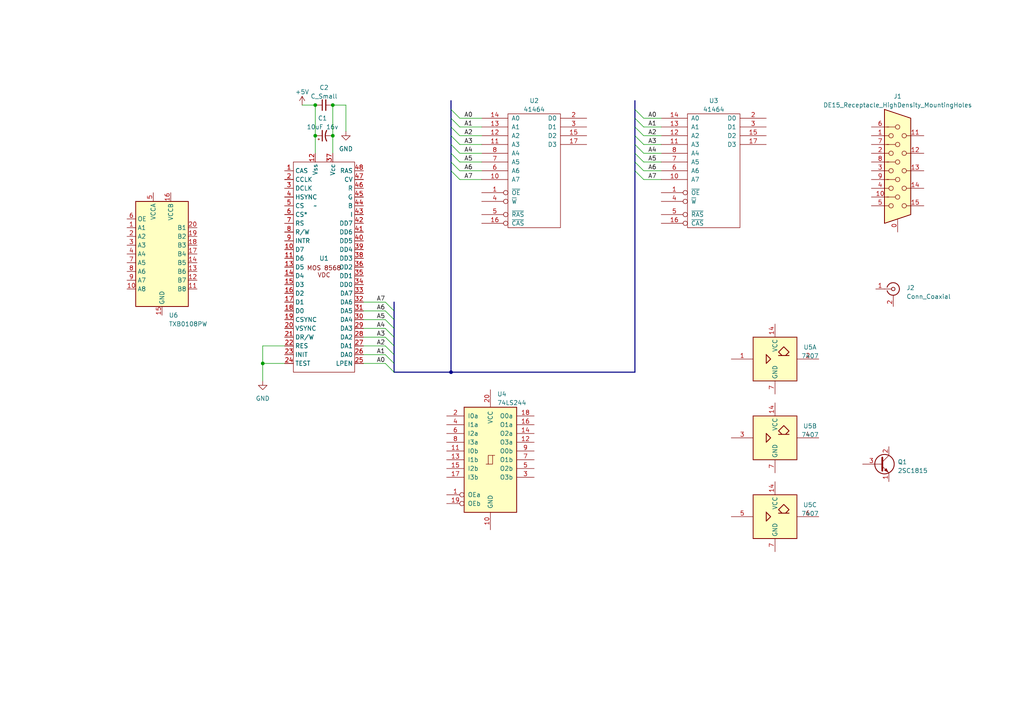
<source format=kicad_sch>
(kicad_sch (version 20231120) (generator "eeschema") (generator_version "8.0")
  (paper "A4")
  (lib_symbols
    (symbol "74xx:74LS244" (pin_names (offset 1.016))
      (property "Reference" "U" (at -7.62 16.51 0))
      (property "Value" "74LS244" (at -7.62 -16.51 0))
      (symbol "74LS244_1_0"
        (polyline (pts (xy -0.635 -1.27) (xy -0.635 1.27) (xy 0.635 1.27)))
        (polyline (pts (xy -1.27 -1.27) (xy 0.635 -1.27) (xy 0.635 1.27) (xy 1.27 1.27)))
        (pin input inverted (at -12.7 -10.16 0) (length 5.08) (name "OEa") (number "1"))
        (pin power_in line (at 0 -20.32 90) (length 5.08) (name "GND") (number "10"))
        (pin input line (at -12.7 2.54 0) (length 5.08) (name "I0b") (number "11"))
        (pin tri_state line (at 12.7 5.08 180) (length 5.08) (name "O3a") (number "12"))
        (pin input line (at -12.7 0 0) (length 5.08) (name "I1b") (number "13"))
        (pin tri_state line (at 12.7 7.62 180) (length 5.08) (name "O2a") (number "14"))
        (pin input line (at -12.7 -2.54 0) (length 5.08) (name "I2b") (number "15"))
        (pin tri_state line (at 12.7 10.16 180) (length 5.08) (name "O1a") (number "16"))
        (pin input line (at -12.7 -5.08 0) (length 5.08) (name "I3b") (number "17"))
        (pin tri_state line (at 12.7 12.7 180) (length 5.08) (name "O0a") (number "18"))
        (pin input inverted (at -12.7 -12.7 0) (length 5.08) (name "OEb") (number "19"))
        (pin input line (at -12.7 12.7 0) (length 5.08) (name "I0a") (number "2"))
        (pin power_in line (at 0 20.32 270) (length 5.08) (name "VCC") (number "20"))
        (pin tri_state line (at 12.7 -5.08 180) (length 5.08) (name "O3b") (number "3"))
        (pin input line (at -12.7 10.16 0) (length 5.08) (name "I1a") (number "4"))
        (pin tri_state line (at 12.7 -2.54 180) (length 5.08) (name "O2b") (number "5"))
        (pin input line (at -12.7 7.62 0) (length 5.08) (name "I2a") (number "6"))
        (pin tri_state line (at 12.7 0 180) (length 5.08) (name "O1b") (number "7"))
        (pin input line (at -12.7 5.08 0) (length 5.08) (name "I3a") (number "8"))
        (pin tri_state line (at 12.7 2.54 180) (length 5.08) (name "O0b") (number "9"))
      )
      (symbol "74LS244_1_1"
        (rectangle (start -7.62 15.24) (end 7.62 -15.24) (stroke (width 0.254)) (fill (type background)))
      )
    )
    (symbol "74xx_IEEE:7407"
      (property "Reference" "U" (at 3.81 8.89 0))
      (property "Value" "7407" (at 3.81 -7.62 0))
      (symbol "7407_0_1"
        (rectangle (start -6.35 6.35) (end 6.35 -6.35) (stroke (width 0.254)) (fill (type background)))
        (polyline (pts (xy -2.54 1.27) (xy -2.54 -1.27) (xy -1.27 0) (xy -2.54 1.27) (xy -2.54 1.27)) (stroke (width 0.254)) (fill (type background)))
        (polyline (pts (xy 3.048 1.016) (xy 4.064 2.032) (xy 2.54 3.556) (xy 1.016 2.032) (xy 2.032 1.016) (xy 1.016 1.016) (xy 4.064 1.016) (xy 4.064 1.016)) (stroke (width 0.254)) (fill (type background)))
        (pin power_in line (at 0 10.16 270) (length 3.81) (name "VCC") (number "14"))
        (pin power_in line (at 0 -10.16 90) (length 3.81) (name "GND") (number "7"))
      )
      (symbol "7407_1_1"
        (pin input line (at -12.7 0 0) (length 6.35) (name "~") (number "1"))
        (pin open_collector line (at 12.7 0 180) (length 6.35) (name "~") (number "2"))
      )
      (symbol "7407_2_1"
        (pin input line (at -12.7 0 0) (length 6.35) (name "~") (number "3"))
        (pin open_collector line (at 12.7 0 180) (length 6.35) (name "~") (number "4"))
      )
      (symbol "7407_3_1"
        (pin input line (at -12.7 0 0) (length 6.35) (name "~") (number "5"))
        (pin open_collector line (at 12.7 0 180) (length 6.35) (name "~") (number "6"))
      )
      (symbol "7407_4_1"
        (pin open_collector line (at 12.7 0 180) (length 6.35) (name "~") (number "8"))
        (pin input line (at -12.7 0 0) (length 6.35) (name "~") (number "9"))
      )
      (symbol "7407_5_1"
        (pin open_collector line (at 12.7 0 180) (length 6.35) (name "~") (number "10"))
        (pin input line (at -12.7 0 0) (length 6.35) (name "~") (number "11"))
      )
      (symbol "7407_6_1"
        (pin open_collector line (at 12.7 0 180) (length 6.35) (name "~") (number "12"))
        (pin input line (at -12.7 0 0) (length 6.35) (name "~") (number "13"))
      )
    )
    (symbol "Connector:Conn_Coaxial" (pin_names (offset 1.016) hide)
      (property "Reference" "J" (at 0.254 3.048 0))
      (property "Value" "Conn_Coaxial" (at 2.921 0 90))
      (symbol "Conn_Coaxial_0_1"
        (arc (start -1.778 -0.508) (mid 0.2311 -1.8066) (end 1.778 0) (stroke (width 0.254)))
        (polyline (pts (xy -2.54 0) (xy -0.508 0)))
        (polyline (pts (xy 0 -2.54) (xy 0 -1.778)))
        (circle (center 0 0) (radius 0.508) (stroke (width 0.2032)))
        (arc (start 1.778 0) (mid 0.2099 1.8101) (end -1.778 0.508) (stroke (width 0.254)))
      )
      (symbol "Conn_Coaxial_1_1"
        (pin passive line (at -5.08 0 0) (length 2.54) (name "In") (number "1"))
        (pin passive line (at 0 -5.08 90) (length 2.54) (name "Ext") (number "2"))
      )
    )
    (symbol "Connector:DE15_Receptacle_HighDensity_MountingHoles" (pin_names (offset 1.016) hide)
      (property "Reference" "J" (at 0 21.59 0))
      (property "Value" "DE15_Receptacle_HighDensity_MountingHoles" (at 0 19.05 0))
      (symbol "DE15_Receptacle_HighDensity_MountingHoles_0_1"
        (circle (center -1.905 -10.16) (radius 0.635))
        (circle (center -1.905 -5.08) (radius 0.635))
        (circle (center -1.905 0) (radius 0.635))
        (circle (center -1.905 5.08) (radius 0.635))
        (circle (center -1.905 10.16) (radius 0.635))
        (circle (center 0 -7.62) (radius 0.635))
        (circle (center 0 -2.54) (radius 0.635))
        (polyline (pts (xy -3.175 7.62) (xy -0.635 7.62)))
        (polyline (pts (xy -0.635 -7.62) (xy -3.175 -7.62)))
        (polyline (pts (xy -0.635 -2.54) (xy -3.175 -2.54)))
        (polyline (pts (xy -0.635 2.54) (xy -3.175 2.54)))
        (polyline (pts (xy -0.635 12.7) (xy -3.175 12.7)))
        (polyline (pts (xy -3.81 17.78) (xy -3.81 -15.24) (xy 3.81 -12.7) (xy 3.81 15.24) (xy -3.81 17.78)) (stroke (width 0.254)) (fill (type background)))
        (circle (center 0 2.54) (radius 0.635))
        (circle (center 0 7.62) (radius 0.635))
        (circle (center 0 12.7) (radius 0.635))
        (circle (center 1.905 -10.16) (radius 0.635))
        (circle (center 1.905 -5.08) (radius 0.635))
        (circle (center 1.905 0) (radius 0.635))
        (circle (center 1.905 5.08) (radius 0.635))
        (circle (center 1.905 10.16) (radius 0.635))
      )
      (symbol "DE15_Receptacle_HighDensity_MountingHoles_1_1"
        (pin passive line (at 0 -17.78 90) (length 3.81) (name "~") (number "0"))
        (pin passive line (at -7.62 10.16 0) (length 5.08) (name "~") (number "1"))
        (pin passive line (at -7.62 -7.62 0) (length 5.08) (name "~") (number "10"))
        (pin passive line (at 7.62 10.16 180) (length 5.08) (name "~") (number "11"))
        (pin passive line (at 7.62 5.08 180) (length 5.08) (name "~") (number "12"))
        (pin passive line (at 7.62 0 180) (length 5.08) (name "~") (number "13"))
        (pin passive line (at 7.62 -5.08 180) (length 5.08) (name "~") (number "14"))
        (pin passive line (at 7.62 -10.16 180) (length 5.08) (name "~") (number "15"))
        (pin passive line (at -7.62 5.08 0) (length 5.08) (name "~") (number "2"))
        (pin passive line (at -7.62 0 0) (length 5.08) (name "~") (number "3"))
        (pin passive line (at -7.62 -5.08 0) (length 5.08) (name "~") (number "4"))
        (pin passive line (at -7.62 -10.16 0) (length 5.08) (name "~") (number "5"))
        (pin passive line (at -7.62 12.7 0) (length 5.08) (name "~") (number "6"))
        (pin passive line (at -7.62 7.62 0) (length 5.08) (name "~") (number "7"))
        (pin passive line (at -7.62 2.54 0) (length 5.08) (name "~") (number "8"))
        (pin passive line (at -7.62 -2.54 0) (length 5.08) (name "~") (number "9"))
      )
    )
    (symbol "Device:C_Polarized_Small_US" (pin_numbers hide) (pin_names (offset 0.254) hide)
      (property "Reference" "C" (at 0.254 1.778 0))
      (property "Value" "C_Polarized_Small_US" (at 0.254 -2.032 0))
      (symbol "C_Polarized_Small_US_0_1"
        (polyline (pts (xy -1.524 0.508) (xy 1.524 0.508)) (stroke (width 0.3048)))
        (polyline (pts (xy -1.27 1.524) (xy -0.762 1.524)))
        (polyline (pts (xy -1.016 1.27) (xy -1.016 1.778)))
        (arc (start 1.524 -0.762) (mid 0 -0.3734) (end -1.524 -0.762) (stroke (width 0.3048)))
      )
      (symbol "C_Polarized_Small_US_1_1"
        (pin passive line (at 0 2.54 270) (length 2.032) (name "~") (number "1"))
        (pin passive line (at 0 -2.54 90) (length 2.032) (name "~") (number "2"))
      )
    )
    (symbol "Device:C_Small" (pin_numbers hide) (pin_names (offset 0.254) hide)
      (property "Reference" "C" (at 0.254 1.778 0))
      (property "Value" "C_Small" (at 0.254 -2.032 0))
      (symbol "C_Small_0_1"
        (polyline (pts (xy -1.524 -0.508) (xy 1.524 -0.508)) (stroke (width 0.3302)))
        (polyline (pts (xy -1.524 0.508) (xy 1.524 0.508)) (stroke (width 0.3048)))
      )
      (symbol "C_Small_1_1"
        (pin passive line (at 0 2.54 270) (length 2.032) (name "~") (number "1"))
        (pin passive line (at 0 -2.54 90) (length 2.032) (name "~") (number "2"))
      )
    )
    (symbol "Logic_LevelTranslator:TXB0108DQSR"
      (property "Reference" "U" (at -6.35 16.51 0))
      (property "Value" "TXB0108DQSR" (at 3.81 16.51 0))
      (symbol "TXB0108DQSR_0_1"
        (rectangle (start -7.62 15.24) (end 7.62 -15.24) (stroke (width 0.254)) (fill (type background)))
      )
      (symbol "TXB0108DQSR_1_1"
        (pin bidirectional line (at -10.16 7.62 0) (length 2.54) (name "A1") (number "1"))
        (pin bidirectional line (at -10.16 -10.16 0) (length 2.54) (name "A8") (number "10"))
        (pin bidirectional line (at 10.16 -10.16 180) (length 2.54) (name "B8") (number "11"))
        (pin bidirectional line (at 10.16 -7.62 180) (length 2.54) (name "B7") (number "12"))
        (pin bidirectional line (at 10.16 -5.08 180) (length 2.54) (name "B6") (number "13"))
        (pin bidirectional line (at 10.16 -2.54 180) (length 2.54) (name "B5") (number "14"))
        (pin power_in line (at 0 -17.78 90) (length 2.54) (name "GND") (number "15"))
        (pin power_in line (at 2.54 17.78 270) (length 2.54) (name "VCCB") (number "16"))
        (pin bidirectional line (at 10.16 0 180) (length 2.54) (name "B4") (number "17"))
        (pin bidirectional line (at 10.16 2.54 180) (length 2.54) (name "B3") (number "18"))
        (pin bidirectional line (at 10.16 5.08 180) (length 2.54) (name "B2") (number "19"))
        (pin bidirectional line (at -10.16 5.08 0) (length 2.54) (name "A2") (number "2"))
        (pin bidirectional line (at 10.16 7.62 180) (length 2.54) (name "B1") (number "20"))
        (pin bidirectional line (at -10.16 2.54 0) (length 2.54) (name "A3") (number "3"))
        (pin bidirectional line (at -10.16 0 0) (length 2.54) (name "A4") (number "4"))
        (pin power_in line (at -2.54 17.78 270) (length 2.54) (name "VCCA") (number "5"))
        (pin input line (at -10.16 10.16 0) (length 2.54) (name "OE") (number "6"))
        (pin bidirectional line (at -10.16 -2.54 0) (length 2.54) (name "A5") (number "7"))
        (pin bidirectional line (at -10.16 -5.08 0) (length 2.54) (name "A6") (number "8"))
        (pin bidirectional line (at -10.16 -7.62 0) (length 2.54) (name "A7") (number "9"))
      )
    )
    (symbol "Transistor_BJT:2SC1815" (pin_names (offset 0) hide)
      (property "Reference" "Q" (at 5.08 1.905 0))
      (property "Value" "2SC1815" (at 5.08 0 0))
      (symbol "2SC1815_0_1"
        (polyline (pts (xy 0 0) (xy 0.508 0)))
        (polyline (pts (xy 0.635 0.635) (xy 2.54 2.54)))
        (polyline (pts (xy 0.635 -0.635) (xy 2.54 -2.54) (xy 2.54 -2.54)))
        (polyline (pts (xy 0.635 1.905) (xy 0.635 -1.905) (xy 0.635 -1.905)) (stroke (width 0.508)))
        (polyline (pts (xy 1.27 -1.778) (xy 1.778 -1.27) (xy 2.286 -2.286) (xy 1.27 -1.778) (xy 1.27 -1.778)) (fill (type outline)))
        (circle (center 1.27 0) (radius 2.8194) (stroke (width 0.254)))
      )
      (symbol "2SC1815_1_1"
        (pin passive line (at 2.54 -5.08 90) (length 2.54) (name "E") (number "1"))
        (pin passive line (at 2.54 5.08 270) (length 2.54) (name "C") (number "2"))
        (pin input line (at -5.08 0 0) (length 5.08) (name "B") (number "3"))
      )
    )
    (symbol "cbm-steve:41464" (pin_names (offset 1.016))
      (property "Reference" "U" (at 0 10.16 0))
      (property "Value" "41464" (at 1.27 6.35 0))
      (symbol "41464_0_0"
        (pin power_in line (at 0 -8.89 90) (length 1.27) hide (name "GND") (number "18"))
        (pin power_in line (at 0 24.13 270) (length 1.27) hide (name "VCC") (number "9"))
      )
      (symbol "41464_0_1"
        (rectangle (start -7.62 24.13) (end 7.62 -8.89))
      )
      (symbol "41464_1_1"
        (pin input inverted (at -15.24 1.27 0) (length 7.62) (name "~{OE}") (number "1"))
        (pin input line (at -15.24 5.08 0) (length 7.62) (name "A7") (number "10"))
        (pin input line (at -15.24 15.24 0) (length 7.62) (name "A3") (number "11"))
        (pin input line (at -15.24 17.78 0) (length 7.62) (name "A2") (number "12"))
        (pin input line (at -15.24 20.32 0) (length 7.62) (name "A1") (number "13"))
        (pin input line (at -15.24 22.86 0) (length 7.62) (name "A0") (number "14"))
        (pin tri_state line (at 15.24 17.78 180) (length 7.62) (name "D2") (number "15"))
        (pin input inverted (at -15.24 -7.62 0) (length 7.62) (name "~{CAS}") (number "16"))
        (pin tri_state line (at 15.24 15.24 180) (length 7.62) (name "D3") (number "17"))
        (pin tri_state line (at 15.24 22.86 180) (length 7.62) (name "D0") (number "2"))
        (pin tri_state line (at 15.24 20.32 180) (length 7.62) (name "D1") (number "3"))
        (pin input inverted (at -15.24 -1.27 0) (length 7.62) (name "~{W}") (number "4"))
        (pin input inverted (at -15.24 -5.08 0) (length 7.62) (name "~{RAS}") (number "5"))
        (pin input line (at -15.24 7.62 0) (length 7.62) (name "A6") (number "6"))
        (pin input line (at -15.24 10.16 0) (length 7.62) (name "A5") (number "7"))
        (pin input line (at -15.24 12.7 0) (length 7.62) (name "A4") (number "8"))
      )
    )
    (symbol "power:+5V" (power) (pin_names (offset 0))
      (property "Value" "+5V" (at 0 3.556 0))
      (symbol "+5V_0_1"
        (polyline (pts (xy -0.762 1.27) (xy 0 2.54)))
        (polyline (pts (xy 0 0) (xy 0 2.54)))
        (polyline (pts (xy 0 2.54) (xy 0.762 1.27)))
      )
      (symbol "+5V_1_1"
        (pin power_in line (at 0 0 90) (length 0) hide (name "+5V") (number "1"))
      )
    )
    (symbol "power:GND" (power) (pin_names (offset 0))
      (property "Value" "GND" (at 0 -3.81 0))
      (symbol "GND_0_1"
        (polyline (pts (xy 0 0) (xy 0 -1.27) (xy 1.27 -1.27) (xy 0 -2.54) (xy -1.27 -1.27) (xy 0 -1.27)))
      )
      (symbol "GND_1_1"
        (pin power_in line (at 0 0 270) (length 0) hide (name "GND") (number "1"))
      )
    )
    (symbol "riney:8568"
      (property "Reference" "U" (at 0 6.35 0))
      (symbol "8568_0_1"
        (rectangle (start -8.89 31.75) (end 8.89 -29.21))
      )
      (symbol "8568_1_1"
        (text "MOS 8568\nVDC" (at 0 0 0) (effects (font (size 1.27 1.27))))
        (pin output line (at -11.43 29.21 0) (length 2.54) (name "CAS") (number "1"))
        (pin bidirectional line (at -11.43 6.35 0) (length 2.54) (name "D7") (number "10"))
        (pin bidirectional line (at -11.43 3.81 0) (length 2.54) (name "D6") (number "11"))
        (pin power_in line (at -2.54 34.29 270) (length 2.54) (name "Vss") (number "12"))
        (pin bidirectional line (at -11.43 1.27 0) (length 2.54) (name "D5") (number "13"))
        (pin bidirectional line (at -11.43 -1.27 0) (length 2.54) (name "D4") (number "14"))
        (pin bidirectional line (at -11.43 -3.81 0) (length 2.54) (name "D3") (number "15"))
        (pin bidirectional line (at -11.43 -6.35 0) (length 2.54) (name "D2") (number "16"))
        (pin bidirectional line (at -11.43 -8.89 0) (length 2.54) (name "D1") (number "17"))
        (pin bidirectional line (at -11.43 -11.43 0) (length 2.54) (name "D0") (number "18"))
        (pin output line (at -11.43 -13.97 0) (length 2.54) (name "CSYNC") (number "19"))
        (pin output line (at -11.43 26.67 0) (length 2.54) (name "CCLK") (number "2"))
        (pin output line (at -11.43 -16.51 0) (length 2.54) (name "VSYNC") (number "20"))
        (pin output line (at -11.43 -19.05 0) (length 2.54) (name "DR/W") (number "21"))
        (pin input line (at -11.43 -21.59 0) (length 2.54) (name "RES") (number "22"))
        (pin input line (at -11.43 -24.13 0) (length 2.54) (name "INIT") (number "23"))
        (pin input line (at -11.43 -26.67 0) (length 2.54) (name "TEST") (number "24"))
        (pin input line (at 11.43 -26.67 180) (length 2.54) (name "LPEN") (number "25"))
        (pin output line (at 11.43 -24.13 180) (length 2.54) (name "DA0") (number "26"))
        (pin output line (at 11.43 -21.59 180) (length 2.54) (name "DA1") (number "27"))
        (pin output line (at 11.43 -19.05 180) (length 2.54) (name "DA2") (number "28"))
        (pin output line (at 11.43 -16.51 180) (length 2.54) (name "DA3") (number "29"))
        (pin input line (at -11.43 24.13 0) (length 2.54) (name "DCLK") (number "3"))
        (pin output line (at 11.43 -13.97 180) (length 2.54) (name "DA4") (number "30"))
        (pin output line (at 11.43 -11.43 180) (length 2.54) (name "DA5") (number "31"))
        (pin output line (at 11.43 -8.89 180) (length 2.54) (name "DA6") (number "32"))
        (pin output line (at 11.43 -6.35 180) (length 2.54) (name "DA7") (number "33"))
        (pin bidirectional line (at 11.43 -3.81 180) (length 2.54) (name "DD0") (number "34"))
        (pin bidirectional line (at 11.43 -1.27 180) (length 2.54) (name "DD1") (number "35"))
        (pin bidirectional line (at 11.43 1.27 180) (length 2.54) (name "DD2") (number "36"))
        (pin power_in line (at 2.54 34.29 270) (length 2.54) (name "Vcc") (number "37"))
        (pin bidirectional line (at 11.43 3.81 180) (length 2.54) (name "DD3") (number "38"))
        (pin bidirectional line (at 11.43 6.35 180) (length 2.54) (name "DD4") (number "39"))
        (pin output line (at -11.43 21.59 0) (length 2.54) (name "HSYNC") (number "4"))
        (pin bidirectional line (at 11.43 8.89 180) (length 2.54) (name "DD5") (number "40"))
        (pin bidirectional line (at 11.43 11.43 180) (length 2.54) (name "DD6") (number "41"))
        (pin bidirectional line (at 11.43 13.97 180) (length 2.54) (name "DD7") (number "42"))
        (pin output line (at 11.43 16.51 180) (length 2.54) (name "I") (number "43"))
        (pin output line (at 11.43 19.05 180) (length 2.54) (name "B") (number "44"))
        (pin output line (at 11.43 21.59 180) (length 2.54) (name "G") (number "45"))
        (pin output line (at 11.43 24.13 180) (length 2.54) (name "R") (number "46"))
        (pin output line (at 11.43 26.67 180) (length 2.54) (name "CV") (number "47"))
        (pin output line (at 11.43 29.21 180) (length 2.54) (name "RAS") (number "48"))
        (pin input line (at -11.43 19.05 0) (length 2.54) (name "CS") (number "5"))
        (pin input line (at -11.43 16.51 0) (length 2.54) (name "CS*") (number "6"))
        (pin input line (at -11.43 13.97 0) (length 2.54) (name "RS") (number "7"))
        (pin input line (at -11.43 11.43 0) (length 2.54) (name "R/W") (number "8"))
        (pin output line (at -11.43 8.89 0) (length 2.54) (name "INTR") (number "9"))
      )
    )
  )
  (junction (at 76.2 105.41))
  (junction (at 96.52 30.48))
  (junction (at 130.81 107.95))
  (junction (at 91.44 39.37))
  (junction (at 96.52 39.37))
  (junction (at 91.44 30.48))
  (bus_entry (at 130.81 36.83) (size 2.54 2.54))
  (bus_entry (at 184.15 49.53) (size 2.54 2.54))
  (bus_entry (at 111.76 87.63) (size 2.54 2.54))
  (bus_entry (at 184.15 41.91) (size 2.54 2.54))
  (bus_entry (at 184.15 44.45) (size 2.54 2.54))
  (bus_entry (at 111.76 100.33) (size 2.54 2.54))
  (bus_entry (at 111.76 102.87) (size 2.54 2.54))
  (bus_entry (at 111.76 105.41) (size 2.54 2.54))
  (bus_entry (at 184.15 34.29) (size 2.54 2.54))
  (bus_entry (at 130.81 34.29) (size 2.54 2.54))
  (bus_entry (at 130.81 31.75) (size 2.54 2.54))
  (bus_entry (at 184.15 36.83) (size 2.54 2.54))
  (bus_entry (at 111.76 90.17) (size 2.54 2.54))
  (bus_entry (at 130.81 49.53) (size 2.54 2.54))
  (bus_entry (at 111.76 97.79) (size 2.54 2.54))
  (bus_entry (at 184.15 46.99) (size 2.54 2.54))
  (bus_entry (at 184.15 31.75) (size 2.54 2.54))
  (bus_entry (at 130.81 41.91) (size 2.54 2.54))
  (bus_entry (at 130.81 44.45) (size 2.54 2.54))
  (bus_entry (at 111.76 95.25) (size 2.54 2.54))
  (bus_entry (at 130.81 39.37) (size 2.54 2.54))
  (bus_entry (at 184.15 39.37) (size 2.54 2.54))
  (bus_entry (at 111.76 92.71) (size 2.54 2.54))
  (bus_entry (at 130.81 46.99) (size 2.54 2.54))
  (wire (pts (xy 105.41 95.25) (xy 111.76 95.25)))
  (bus (pts (xy 184.15 49.53) (xy 184.15 107.95)))
  (bus (pts (xy 130.81 44.45) (xy 130.81 46.99)))
  (wire (pts (xy 105.41 87.63) (xy 111.76 87.63)))
  (wire (pts (xy 186.69 39.37) (xy 191.77 39.37)))
  (wire (pts (xy 186.69 34.29) (xy 191.77 34.29)))
  (bus (pts (xy 130.81 29.21) (xy 130.81 31.75)))
  (wire (pts (xy 105.41 92.71) (xy 111.76 92.71)))
  (wire (pts (xy 105.41 102.87) (xy 111.76 102.87)))
  (wire (pts (xy 186.69 41.91) (xy 191.77 41.91)))
  (wire (pts (xy 133.35 44.45) (xy 139.7 44.45)))
  (wire (pts (xy 105.41 90.17) (xy 111.76 90.17)))
  (wire (pts (xy 133.35 46.99) (xy 139.7 46.99)))
  (wire (pts (xy 186.69 36.83) (xy 191.77 36.83)))
  (wire (pts (xy 96.52 39.37) (xy 96.52 44.45)))
  (wire (pts (xy 76.2 105.41) (xy 76.2 110.49)))
  (bus (pts (xy 184.15 46.99) (xy 184.15 49.53)))
  (wire (pts (xy 105.41 100.33) (xy 111.76 100.33)))
  (wire (pts (xy 76.2 105.41) (xy 82.55 105.41)))
  (bus (pts (xy 184.15 44.45) (xy 184.15 46.99)))
  (wire (pts (xy 133.35 49.53) (xy 139.7 49.53)))
  (bus (pts (xy 130.81 46.99) (xy 130.81 49.53)))
  (wire (pts (xy 133.35 39.37) (xy 139.7 39.37)))
  (bus (pts (xy 130.81 49.53) (xy 130.81 107.95)))
  (bus (pts (xy 114.3 97.79) (xy 114.3 100.33)))
  (bus (pts (xy 114.3 105.41) (xy 114.3 107.95)))
  (wire (pts (xy 76.2 100.33) (xy 76.2 105.41)))
  (wire (pts (xy 186.69 44.45) (xy 191.77 44.45)))
  (bus (pts (xy 184.15 31.75) (xy 184.15 34.29)))
  (wire (pts (xy 105.41 97.79) (xy 111.76 97.79)))
  (bus (pts (xy 114.3 92.71) (xy 114.3 95.25)))
  (bus (pts (xy 184.15 29.21) (xy 184.15 31.75)))
  (bus (pts (xy 114.3 102.87) (xy 114.3 105.41)))
  (bus (pts (xy 114.3 87.63) (xy 114.3 90.17)))
  (wire (pts (xy 133.35 36.83) (xy 139.7 36.83)))
  (bus (pts (xy 184.15 36.83) (xy 184.15 39.37)))
  (wire (pts (xy 186.69 46.99) (xy 191.77 46.99)))
  (bus (pts (xy 184.15 39.37) (xy 184.15 41.91)))
  (wire (pts (xy 91.44 30.48) (xy 91.44 39.37)))
  (wire (pts (xy 96.52 30.48) (xy 96.52 39.37)))
  (wire (pts (xy 133.35 52.07) (xy 139.7 52.07)))
  (bus (pts (xy 184.15 34.29) (xy 184.15 36.83)))
  (bus (pts (xy 114.3 95.25) (xy 114.3 97.79)))
  (bus (pts (xy 130.81 39.37) (xy 130.81 41.91)))
  (bus (pts (xy 130.81 34.29) (xy 130.81 36.83)))
  (wire (pts (xy 91.44 39.37) (xy 91.44 44.45)))
  (wire (pts (xy 133.35 34.29) (xy 139.7 34.29)))
  (wire (pts (xy 76.2 100.33) (xy 82.55 100.33)))
  (wire (pts (xy 96.52 30.48) (xy 100.33 30.48)))
  (bus (pts (xy 114.3 107.95) (xy 130.81 107.95)))
  (bus (pts (xy 184.15 41.91) (xy 184.15 44.45)))
  (bus (pts (xy 130.81 41.91) (xy 130.81 44.45)))
  (wire (pts (xy 100.33 30.48) (xy 100.33 38.1)))
  (wire (pts (xy 186.69 49.53) (xy 191.77 49.53)))
  (bus (pts (xy 114.3 90.17) (xy 114.3 92.71)))
  (bus (pts (xy 130.81 36.83) (xy 130.81 39.37)))
  (wire (pts (xy 186.69 52.07) (xy 191.77 52.07)))
  (wire (pts (xy 87.63 30.48) (xy 91.44 30.48)))
  (wire (pts (xy 133.35 41.91) (xy 139.7 41.91)))
  (wire (pts (xy 105.41 105.41) (xy 111.76 105.41)))
  (bus (pts (xy 114.3 100.33) (xy 114.3 102.87)))
  (bus (pts (xy 130.81 31.75) (xy 130.81 34.29)))
  (bus (pts (xy 130.81 107.95) (xy 184.15 107.95)))
  (label "A2" (at 134.62 39.37 0))
  (label "A4" (at 134.62 44.45 0))
  (label "A2" (at 187.96 39.37 0))
  (label "A3" (at 134.62 41.91 0))
  (label "A4" (at 187.96 44.45 0))
  (label "A5" (at 134.62 46.99 0))
  (label "A6" (at 187.96 49.53 0))
  (label "A5" (at 109.22 92.71 0))
  (label "A1" (at 187.96 36.83 0))
  (label "A6" (at 109.22 90.17 0))
  (label "A0" (at 109.22 105.41 0))
  (label "A7" (at 109.22 87.63 0))
  (label "A6" (at 134.62 49.53 0))
  (label "A3" (at 109.22 97.79 0))
  (label "A3" (at 187.96 41.91 0))
  (label "A1" (at 134.62 36.83 0))
  (label "A5" (at 187.96 46.99 0))
  (label "A0" (at 187.96 34.29 0))
  (label "A7" (at 187.96 52.07 0))
  (label "A4" (at 109.22 95.25 0))
  (label "A0" (at 134.62 34.29 0))
  (label "A7" (at 134.62 52.07 0))
  (label "A1" (at 109.22 102.87 0))
  (label "A2" (at 109.22 100.33 0))
  (symbol (lib_id "Logic_LevelTranslator:TXB0108DQSR") (at 46.99 73.66 0) (unit 1)
    (property "Reference" "U6" (at 48.9459 91.44 0) (effects (justify left)))
    (property "Value" "TXB0108PW" (at 48.9459 93.98 0) (effects (justify left)))
    (property "Footprint" "Package_SO:TSSOP-20_4.4x6.5mm_P0.65mm" (effects (hide yes)))
    (property "Datasheet" "http://www.ti.com/lit/ds/symlink/txb0108.pdf" (effects (hide yes)))
  )
  (symbol (lib_id "Device:C_Polarized_Small_US") (at 93.98 39.37 90) (unit 1)
    (property "Reference" "C1" (at 93.5482 34.29 90))
    (property "Value" "10uF 16v" (at 93.5482 36.83 90))
    (property "Footprint" "Capacitor_THT:CP_Radial_D6.3mm_P2.50mm" (effects (hide yes)))
  )
  (symbol (lib_id "riney:8568") (at 93.98 78.74 0) (unit 1)
    (property "Reference" "U1" (at 93.98 74.93 0))
    (property "Value" "~" (at 91.44 59.69 0))
    (property "Footprint" "Package_DIP:DIP-48_W15.24mm_Socket" (effects (hide yes)))
  )
  (symbol (lib_id "Device:C_Small") (at 93.98 30.48 90) (unit 1)
    (property "Reference" "C2" (at 93.9863 25.4 90))
    (property "Value" "C_Small" (at 93.9863 27.94 90))
    (property "Footprint" "Capacitor_THT:C_Disc_D5.0mm_W2.5mm_P2.50mm" (effects (hide yes)))
  )
  (symbol (lib_id "74xx_IEEE:7407") (at 224.79 104.14 0) (unit 1)
    (property "Reference" "U5" (at 234.95 100.7111 0))
    (property "Value" "7407" (at 234.95 103.2511 0))
    (property "Footprint" "Package_DIP:DIP-14_W7.62mm_Socket" (effects (hide yes)))
  )
  (symbol (lib_id "cbm-steve:41464") (at 207.01 57.15 0) (unit 1)
    (property "Reference" "U3" (at 207.01 29.21 0))
    (property "Value" "41464" (at 207.01 31.75 0))
    (property "Footprint" "Package_DIP:DIP-18_W7.62mm_Socket" (effects (hide yes)))
  )
  (symbol (lib_id "power:GND") (at 76.2 110.49 0) (unit 1)
    (property "Reference" "#PWR01" (effects (hide yes)))
    (property "Value" "GND" (at 76.2 115.57 0))
  )
  (symbol (lib_id "74xx:74LS244") (at 142.24 133.35 0) (unit 1)
    (property "Reference" "U4" (at 144.1959 114.3 0) (effects (justify left)))
    (property "Value" "74LS244" (at 144.1959 116.84 0) (effects (justify left)))
    (property "Footprint" "Package_DIP:DIP-20_W7.62mm_Socket" (effects (hide yes)))
    (property "Datasheet" "http://www.ti.com/lit/ds/symlink/sn74ls244.pdf" (effects (hide yes)))
  )
  (symbol (lib_id "74xx_IEEE:7407") (at 224.79 127 0) (unit 2)
    (property "Reference" "U5" (at 234.95 123.5711 0))
    (property "Value" "7407" (at 234.95 126.1111 0))
    (property "Footprint" "Package_DIP:DIP-14_W7.62mm_Socket" (effects (hide yes)))
  )
  (symbol (lib_id "Connector:Conn_Coaxial") (at 259.08 83.82 0) (unit 1)
    (property "Reference" "J2" (at 262.89 83.4782 0) (effects (justify left)))
    (property "Value" "Conn_Coaxial" (at 262.89 86.0182 0) (effects (justify left)))
    (property "Footprint" "Connector_Coaxial:BNC_Amphenol_031-6575_Horizontal" (effects (hide yes)))
    (property "Datasheet" " ~" (effects (hide yes)))
  )
  (symbol (lib_id "Transistor_BJT:2SC1815") (at 255.27 134.62 0) (unit 1)
    (property "Reference" "Q1" (at 260.35 133.985 0) (effects (justify left)))
    (property "Value" "2SC1815" (at 260.35 136.525 0) (effects (justify left)))
    (property "Footprint" "Package_TO_SOT_THT:TO-92_Inline" (effects (hide yes)))
    (property "Datasheet" "https://media.digikey.com/pdf/Data%20Sheets/Toshiba%20PDFs/2SC1815.pdf" (effects (hide yes)))
  )
  (symbol (lib_id "power:+5V") (at 87.63 30.48 0) (unit 1)
    (property "Reference" "#PWR03" (effects (hide yes)))
    (property "Value" "+5V" (at 87.63 26.67 0))
  )
  (symbol (lib_id "power:GND") (at 100.33 38.1 0) (unit 1)
    (property "Reference" "#PWR02" (effects (hide yes)))
    (property "Value" "GND" (at 100.33 43.18 0))
  )
  (symbol (lib_id "cbm-steve:41464") (at 154.94 57.15 0) (unit 1)
    (property "Reference" "U2" (at 154.94 29.21 0))
    (property "Value" "41464" (at 154.94 31.75 0))
    (property "Footprint" "Package_DIP:DIP-18_W7.62mm_Socket" (effects (hide yes)))
  )
  (symbol (lib_id "Connector:DE15_Receptacle_HighDensity_MountingHoles") (at 260.35 49.53 0) (unit 1)
    (property "Reference" "J1" (at 260.35 27.94 0))
    (property "Value" "DE15_Receptacle_HighDensity_MountingHoles" (at 260.35 30.48 0))
    (property "Footprint" "Connector_Dsub:DSUB-15-HD_Female_Horizontal_P2.29x1.98mm_EdgePinOffset3.03mm_Housed_MountingHolesOffset4.94mm" (effects (hide yes)))
    (property "Datasheet" " ~" (effects (hide yes)))
  )
  (symbol (lib_id "74xx_IEEE:7407") (at 224.79 149.86 0) (unit 3)
    (property "Reference" "U5" (at 234.95 146.4311 0))
    (property "Value" "7407" (at 234.95 148.9711 0))
    (property "Footprint" "Package_DIP:DIP-14_W7.62mm_Socket" (effects (hide yes)))
  )
)
</source>
